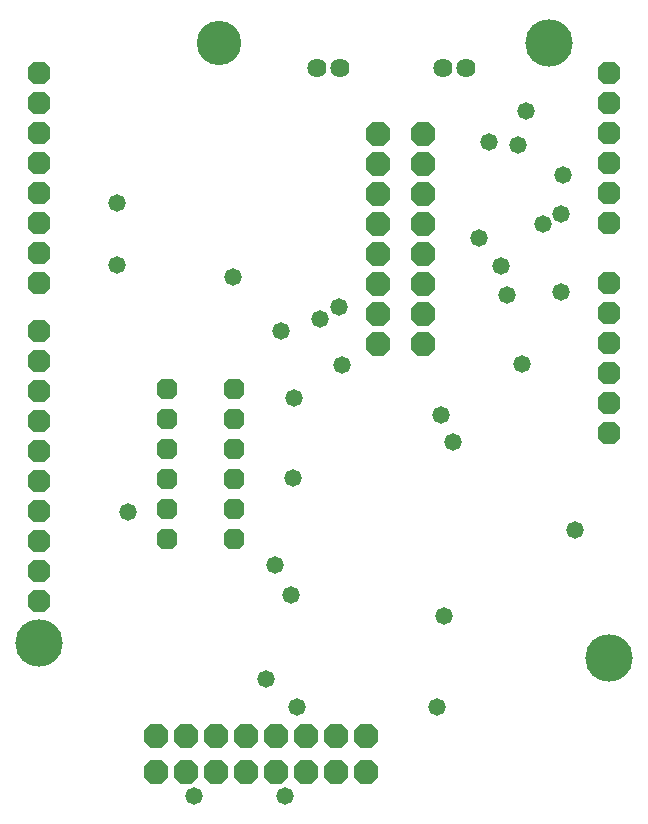
<source format=gbs>
%FSLAX24Y24*%
%MOIN*%
G70*
G01*
G75*
G04 Layer_Color=16711935*
%ADD10R,0.0120X0.0570*%
%ADD11R,0.0280X0.0360*%
%ADD12R,0.0520X0.0600*%
%ADD13R,0.0100X0.0400*%
%ADD14R,0.0240X0.0870*%
%ADD15R,0.0520X0.0630*%
%ADD16R,0.0360X0.0280*%
%ADD17R,0.0480X0.0280*%
%ADD18R,0.0280X0.0480*%
%ADD19R,0.0800X0.0260*%
%ADD20R,0.0260X0.0800*%
%ADD21R,0.0630X0.0520*%
%ADD22R,0.0600X0.0520*%
%ADD23C,0.0120*%
%ADD24C,0.0150*%
%ADD25C,0.1500*%
%ADD26C,0.1400*%
G04:AMPARAMS|DCode=27|XSize=70mil|YSize=70mil|CornerRadius=0mil|HoleSize=0mil|Usage=FLASHONLY|Rotation=0.000|XOffset=0mil|YOffset=0mil|HoleType=Round|Shape=Octagon|*
%AMOCTAGOND27*
4,1,8,0.0350,-0.0175,0.0350,0.0175,0.0175,0.0350,-0.0175,0.0350,-0.0350,0.0175,-0.0350,-0.0175,-0.0175,-0.0350,0.0175,-0.0350,0.0350,-0.0175,0.0*
%
%ADD27OCTAGOND27*%

G04:AMPARAMS|DCode=28|XSize=70mil|YSize=70mil|CornerRadius=0mil|HoleSize=0mil|Usage=FLASHONLY|Rotation=90.000|XOffset=0mil|YOffset=0mil|HoleType=Round|Shape=Octagon|*
%AMOCTAGOND28*
4,1,8,0.0175,0.0350,-0.0175,0.0350,-0.0350,0.0175,-0.0350,-0.0175,-0.0175,-0.0350,0.0175,-0.0350,0.0350,-0.0175,0.0350,0.0175,0.0175,0.0350,0.0*
%
%ADD28OCTAGOND28*%

G04:AMPARAMS|DCode=29|XSize=60mil|YSize=60mil|CornerRadius=0mil|HoleSize=0mil|Usage=FLASHONLY|Rotation=0.000|XOffset=0mil|YOffset=0mil|HoleType=Round|Shape=Octagon|*
%AMOCTAGOND29*
4,1,8,0.0300,-0.0150,0.0300,0.0150,0.0150,0.0300,-0.0150,0.0300,-0.0300,0.0150,-0.0300,-0.0150,-0.0150,-0.0300,0.0150,-0.0300,0.0300,-0.0150,0.0*
%
%ADD29OCTAGOND29*%

%ADD30C,0.0560*%
G04:AMPARAMS|DCode=31|XSize=66mil|YSize=66mil|CornerRadius=0mil|HoleSize=0mil|Usage=FLASHONLY|Rotation=90.000|XOffset=0mil|YOffset=0mil|HoleType=Round|Shape=Octagon|*
%AMOCTAGOND31*
4,1,8,0.0165,0.0330,-0.0165,0.0330,-0.0330,0.0165,-0.0330,-0.0165,-0.0165,-0.0330,0.0165,-0.0330,0.0330,-0.0165,0.0330,0.0165,0.0165,0.0330,0.0*
%
%ADD31OCTAGOND31*%

%ADD32C,0.0500*%
%ADD33C,0.0100*%
%ADD34C,0.0080*%
%ADD35C,0.0060*%
%ADD36C,0.0050*%
%ADD37C,0.0020*%
%ADD38C,0.0034*%
%ADD39R,0.0360X0.0440*%
%ADD40R,0.0600X0.0680*%
%ADD41R,0.0180X0.0480*%
%ADD42R,0.0320X0.0950*%
%ADD43R,0.0600X0.0710*%
%ADD44R,0.0440X0.0360*%
%ADD45R,0.0560X0.0360*%
%ADD46R,0.0360X0.0560*%
%ADD47R,0.0880X0.0340*%
%ADD48R,0.0340X0.0880*%
%ADD49R,0.0710X0.0600*%
%ADD50R,0.0680X0.0600*%
%ADD51C,0.1580*%
%ADD52C,0.1480*%
G04:AMPARAMS|DCode=53|XSize=78mil|YSize=78mil|CornerRadius=0mil|HoleSize=0mil|Usage=FLASHONLY|Rotation=0.000|XOffset=0mil|YOffset=0mil|HoleType=Round|Shape=Octagon|*
%AMOCTAGOND53*
4,1,8,0.0390,-0.0195,0.0390,0.0195,0.0195,0.0390,-0.0195,0.0390,-0.0390,0.0195,-0.0390,-0.0195,-0.0195,-0.0390,0.0195,-0.0390,0.0390,-0.0195,0.0*
%
%ADD53OCTAGOND53*%

G04:AMPARAMS|DCode=54|XSize=78mil|YSize=78mil|CornerRadius=0mil|HoleSize=0mil|Usage=FLASHONLY|Rotation=90.000|XOffset=0mil|YOffset=0mil|HoleType=Round|Shape=Octagon|*
%AMOCTAGOND54*
4,1,8,0.0195,0.0390,-0.0195,0.0390,-0.0390,0.0195,-0.0390,-0.0195,-0.0195,-0.0390,0.0195,-0.0390,0.0390,-0.0195,0.0390,0.0195,0.0195,0.0390,0.0*
%
%ADD54OCTAGOND54*%

G04:AMPARAMS|DCode=55|XSize=68mil|YSize=68mil|CornerRadius=0mil|HoleSize=0mil|Usage=FLASHONLY|Rotation=0.000|XOffset=0mil|YOffset=0mil|HoleType=Round|Shape=Octagon|*
%AMOCTAGOND55*
4,1,8,0.0340,-0.0170,0.0340,0.0170,0.0170,0.0340,-0.0170,0.0340,-0.0340,0.0170,-0.0340,-0.0170,-0.0170,-0.0340,0.0170,-0.0340,0.0340,-0.0170,0.0*
%
%ADD55OCTAGOND55*%

%ADD56C,0.0640*%
G04:AMPARAMS|DCode=57|XSize=74mil|YSize=74mil|CornerRadius=0mil|HoleSize=0mil|Usage=FLASHONLY|Rotation=90.000|XOffset=0mil|YOffset=0mil|HoleType=Round|Shape=Octagon|*
%AMOCTAGOND57*
4,1,8,0.0185,0.0370,-0.0185,0.0370,-0.0370,0.0185,-0.0370,-0.0185,-0.0185,-0.0370,0.0185,-0.0370,0.0370,-0.0185,0.0370,0.0185,0.0185,0.0370,0.0*
%
%ADD57OCTAGOND57*%

%ADD58C,0.0580*%
D51*
X37700Y17100D02*
D03*
X35700Y37600D02*
D03*
X18700Y17600D02*
D03*
D52*
X24700Y37600D02*
D03*
D53*
X30000Y27550D02*
D03*
Y28550D02*
D03*
Y29550D02*
D03*
Y30550D02*
D03*
Y31550D02*
D03*
Y32550D02*
D03*
Y33550D02*
D03*
Y34550D02*
D03*
X31500Y27550D02*
D03*
Y28550D02*
D03*
Y29550D02*
D03*
Y30550D02*
D03*
Y31550D02*
D03*
Y32550D02*
D03*
Y33550D02*
D03*
Y34550D02*
D03*
D54*
X29600Y13300D02*
D03*
X28600D02*
D03*
X27600D02*
D03*
X26600D02*
D03*
X25600D02*
D03*
X24600D02*
D03*
X23600D02*
D03*
X22600D02*
D03*
X29600Y14500D02*
D03*
X28600D02*
D03*
X27600D02*
D03*
X26600D02*
D03*
X25600D02*
D03*
X24600D02*
D03*
X23600D02*
D03*
X22600D02*
D03*
D55*
X25200Y21050D02*
D03*
Y22050D02*
D03*
Y23050D02*
D03*
Y24050D02*
D03*
Y25050D02*
D03*
Y26050D02*
D03*
X22950Y21050D02*
D03*
Y22050D02*
D03*
Y23050D02*
D03*
Y24050D02*
D03*
Y25050D02*
D03*
Y26050D02*
D03*
D56*
X28744Y36750D02*
D03*
X27950D02*
D03*
X32944D02*
D03*
X32150D02*
D03*
D57*
X18700Y19000D02*
D03*
Y20000D02*
D03*
X37700Y24600D02*
D03*
Y25600D02*
D03*
Y26600D02*
D03*
Y27600D02*
D03*
Y28600D02*
D03*
Y29600D02*
D03*
Y36600D02*
D03*
Y35600D02*
D03*
Y34600D02*
D03*
Y33600D02*
D03*
Y32600D02*
D03*
X18700Y21000D02*
D03*
Y22000D02*
D03*
Y23000D02*
D03*
Y24000D02*
D03*
Y25000D02*
D03*
Y26000D02*
D03*
Y27000D02*
D03*
Y28000D02*
D03*
Y29600D02*
D03*
Y30600D02*
D03*
Y31600D02*
D03*
Y36600D02*
D03*
Y35600D02*
D03*
Y34600D02*
D03*
Y33600D02*
D03*
X37700Y31600D02*
D03*
X18700Y32600D02*
D03*
D58*
X31950Y15450D02*
D03*
X27300D02*
D03*
X32100Y25200D02*
D03*
X34800Y26900D02*
D03*
X26900Y12500D02*
D03*
X23850D02*
D03*
X34100Y30150D02*
D03*
X33350Y31100D02*
D03*
X28700Y28800D02*
D03*
X26750Y28000D02*
D03*
X28050Y28400D02*
D03*
X36100Y29300D02*
D03*
Y31900D02*
D03*
X26550Y20200D02*
D03*
X26250Y16400D02*
D03*
X28800Y26850D02*
D03*
X27200Y25750D02*
D03*
X27150Y23100D02*
D03*
X21300Y32250D02*
D03*
Y30200D02*
D03*
X34930Y35330D02*
D03*
X35500Y31550D02*
D03*
X34650Y34200D02*
D03*
X36150Y33200D02*
D03*
X33700Y34300D02*
D03*
X25150Y29800D02*
D03*
X27100Y19200D02*
D03*
X32500Y24300D02*
D03*
X36550Y21350D02*
D03*
X32200Y18500D02*
D03*
X21650Y21950D02*
D03*
X34300Y29200D02*
D03*
M02*

</source>
